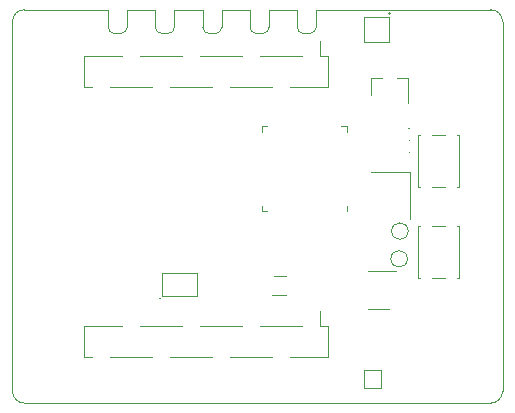
<source format=gbr>
G04 #@! TF.GenerationSoftware,KiCad,Pcbnew,(5.0.0)*
G04 #@! TF.CreationDate,2020-08-24T16:31:51+08:00*
G04 #@! TF.ProjectId,LeashPCB,4C656173685043422E6B696361645F70,B*
G04 #@! TF.SameCoordinates,Original*
G04 #@! TF.FileFunction,Legend,Bot*
G04 #@! TF.FilePolarity,Positive*
%FSLAX46Y46*%
G04 Gerber Fmt 4.6, Leading zero omitted, Abs format (unit mm)*
G04 Created by KiCad (PCBNEW (5.0.0)) date 08/24/20 16:31:51*
%MOMM*%
%LPD*%
G01*
G04 APERTURE LIST*
%ADD10C,0.025400*%
%ADD11C,0.120000*%
%ADD12C,0.100000*%
%ADD13C,0.050000*%
G04 APERTURE END LIST*
D10*
X41500007Y1000000D02*
X41500007Y32300000D01*
X24114006Y33300010D02*
X21714004Y33300010D01*
X12113998Y33300010D02*
X9714004Y33300010D01*
X16114006Y33300010D02*
X13714004Y33300010D01*
X20114006Y33300010D02*
X17714004Y33300010D01*
X0Y32300009D02*
G75*
G02X999999Y33300010I1000000J1D01*
G01*
X1000000Y0D02*
G75*
G02X0Y1000000I0J1000000D01*
G01*
X25714004Y31800010D02*
G75*
G02X25214004Y31300010I-500000J0D01*
G01*
X24614006Y31300010D02*
G75*
G02X24114006Y31800010I0J500000D01*
G01*
X21714004Y31800010D02*
G75*
G02X21214004Y31300010I-500000J0D01*
G01*
X20614006Y31300010D02*
G75*
G02X20114006Y31800010I0J500000D01*
G01*
X17714004Y31800010D02*
G75*
G02X17214004Y31300010I-500000J0D01*
G01*
X9714004Y31800010D02*
G75*
G02X9214004Y31300010I-500000J0D01*
G01*
X8614006Y31300010D02*
G75*
G02X8114006Y31800010I0J500000D01*
G01*
X41500007Y1000000D02*
G75*
G02X40500007Y0I-1000000J0D01*
G01*
X40500007Y33300010D02*
G75*
G02X41500007Y32300000I0J-1000000D01*
G01*
X12613998Y31300010D02*
G75*
G02X12113998Y31800010I0J500000D01*
G01*
X13714004Y31800010D02*
G75*
G02X13214004Y31300010I-500000J0D01*
G01*
X16614006Y31300010D02*
G75*
G02X16114006Y31800010I0J500000D01*
G01*
X25714004Y31800010D02*
X25714004Y33300010D01*
X24114006Y33300010D02*
X24114006Y31800010D01*
X21714004Y31800010D02*
X21714004Y33300010D01*
X20614006Y31300010D02*
X21214004Y31300010D01*
X20114006Y33300010D02*
X20114006Y31800010D01*
X17714004Y31800010D02*
X17714004Y33300010D01*
X16114006Y33300010D02*
X16114006Y31800010D01*
X40500007Y33300010D02*
X25714004Y33300010D01*
X8113998Y33300010D02*
X1000000Y33300010D01*
X24614006Y31300010D02*
X25214004Y31300010D01*
X8113998Y33300010D02*
X8113998Y31800010D01*
X8614006Y31300010D02*
X9214004Y31300010D01*
X9714004Y31800010D02*
X9714004Y33300010D01*
X16614006Y31300010D02*
X17214004Y31300010D01*
X13714004Y31800010D02*
X13714004Y33300010D01*
X12613998Y31300010D02*
X13214004Y31300010D01*
X1000000Y0D02*
X40500007Y0D01*
X0Y32300010D02*
X0Y1000000D01*
X12113998Y33300010D02*
X12113998Y31800010D01*
D11*
G04 #@! TO.C,SW1*
X37648405Y22697205D02*
X37768405Y22697205D01*
X35498405Y22697205D02*
X36638405Y22697205D01*
X34368405Y22697205D02*
X34488405Y22697205D01*
X34368405Y18297205D02*
X34368405Y22697205D01*
X34488405Y18297205D02*
X34368405Y18297205D01*
X36638405Y18297205D02*
X35498405Y18297205D01*
X37768405Y18297205D02*
X37648405Y18297205D01*
X37768405Y22697205D02*
X37768405Y18297205D01*
D12*
G04 #@! TO.C,D10*
X33627005Y22237105D02*
G75*
G03X33627005Y22237105I-50000J0D01*
G01*
G04 #@! TO.C,D8*
X33615000Y23275000D02*
G75*
G03X33615000Y23275000I-50000J0D01*
G01*
G04 #@! TO.C,D11*
X33627005Y21221105D02*
G75*
G03X33627005Y21221105I-50000J0D01*
G01*
D11*
G04 #@! TO.C,Q1*
X30320000Y27535000D02*
X30320000Y26075000D01*
X33480000Y27535000D02*
X33480000Y25375000D01*
X33480000Y27535000D02*
X32550000Y27535000D01*
X30320000Y27535000D02*
X31250000Y27535000D01*
G04 #@! TO.C,TP2*
X33504505Y14553605D02*
G75*
G03X33504505Y14553605I-700000J0D01*
G01*
G04 #@! TO.C,TP1*
X33441005Y12204105D02*
G75*
G03X33441005Y12204105I-700000J0D01*
G01*
G04 #@! TO.C,J5*
X24513000Y6549105D02*
X20953000Y6549105D01*
X26703000Y6549105D02*
X26033000Y6549105D01*
X6733000Y3889105D02*
X6063000Y3889105D01*
X26033000Y6549105D02*
X26033000Y7759105D01*
X11813000Y3889105D02*
X8253000Y3889105D01*
X21973000Y3889105D02*
X18413000Y3889105D01*
X26703000Y3889105D02*
X26703000Y6549105D01*
X9273000Y6549105D02*
X6063000Y6549105D01*
X14353000Y6549105D02*
X10793000Y6549105D01*
X26703000Y3889105D02*
X23493000Y3889105D01*
X16893000Y3889105D02*
X13333000Y3889105D01*
X6063000Y3889105D02*
X6063000Y6549105D01*
X19433000Y6549105D02*
X15873000Y6549105D01*
X26703000Y26749105D02*
X26703000Y29409105D01*
X26703000Y29409105D02*
X26033000Y29409105D01*
X24513000Y29409105D02*
X20953000Y29409105D01*
X19433000Y29409105D02*
X15873000Y29409105D01*
X14353000Y29409105D02*
X10793000Y29409105D01*
X9273000Y29409105D02*
X6063000Y29409105D01*
X6063000Y26749105D02*
X6063000Y29409105D01*
X26703000Y26749105D02*
X23493000Y26749105D01*
X21973000Y26749105D02*
X18413000Y26749105D01*
X16893000Y26749105D02*
X13333000Y26749105D01*
X11813000Y26749105D02*
X8253000Y26749105D01*
X6733000Y26749105D02*
X6063000Y26749105D01*
X26033000Y29409105D02*
X26033000Y30619105D01*
G04 #@! TO.C,U2*
X30067949Y11147105D02*
X32517949Y11147105D01*
X31867949Y7927105D02*
X30067949Y7927105D01*
G04 #@! TO.C,U7*
X32037500Y32963000D02*
G75*
G03X32037500Y32963000I-100000J0D01*
G01*
X31847500Y32673000D02*
X31847500Y32663000D01*
X29747500Y32673000D02*
X31847500Y32673000D01*
X29747500Y30573000D02*
X29747500Y32673000D01*
X31847500Y30573000D02*
X29747500Y30573000D01*
X31847500Y32673000D02*
X31847500Y30573000D01*
G04 #@! TO.C,U10*
X23144505Y9181605D02*
X21944505Y9181605D01*
X23144505Y10781605D02*
X22144505Y10781605D01*
G04 #@! TO.C,U8*
X31458310Y1292000D02*
G75*
G03X31458310Y1292000I-58310J0D01*
G01*
X29750000Y1302000D02*
X31210000Y1302000D01*
X29750000Y2762000D02*
X29750000Y1302000D01*
X31210000Y2762000D02*
X29750000Y2762000D01*
X31210000Y1302000D02*
X31210000Y2762000D01*
G04 #@! TO.C,Y1*
X33692505Y19538105D02*
X33692505Y15538105D01*
X30392505Y19538105D02*
X33692505Y19538105D01*
G04 #@! TO.C,SW2*
X34488405Y10549105D02*
X34368405Y10549105D01*
X36638405Y10549105D02*
X35498405Y10549105D01*
X37768405Y10549105D02*
X37648405Y10549105D01*
X37768405Y14949105D02*
X37768405Y10549105D01*
X37648405Y14949105D02*
X37768405Y14949105D01*
X35498405Y14949105D02*
X36638405Y14949105D01*
X34368405Y14949105D02*
X34488405Y14949105D01*
X34368405Y10549105D02*
X34368405Y14949105D01*
G04 #@! TO.C,U1*
X28314005Y16716105D02*
X28314005Y16241105D01*
X21094005Y23461105D02*
X21569005Y23461105D01*
X21094005Y22986105D02*
X21094005Y23461105D01*
X21094005Y16241105D02*
X21569005Y16241105D01*
X21094005Y16716105D02*
X21094005Y16241105D01*
X28314005Y23461105D02*
X27839005Y23461105D01*
X28314005Y22986105D02*
X28314005Y23461105D01*
D13*
G04 #@! TO.C,U6*
X12556216Y8845105D02*
G75*
G03X12556216Y8845105I-70711J0D01*
G01*
X12635505Y11045105D02*
X12635505Y9045105D01*
X15635505Y11045105D02*
X12635505Y11045105D01*
X15635505Y9045105D02*
X15635505Y11045105D01*
X12635505Y9045105D02*
X15635505Y9045105D01*
G04 #@! TD*
M02*

</source>
